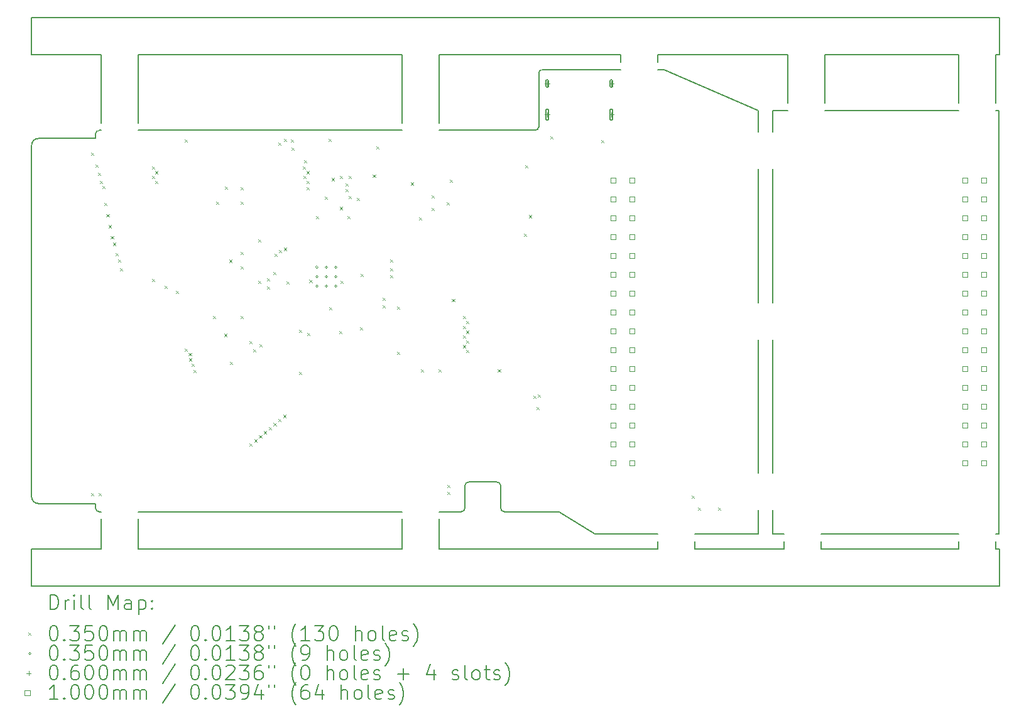
<source format=gbr>
%FSLAX45Y45*%
G04 Gerber Fmt 4.5, Leading zero omitted, Abs format (unit mm)*
G04 Created by KiCad (PCBNEW 6.0.2+dfsg-1) date 2022-11-20 12:03:05*
%MOMM*%
%LPD*%
G01*
G04 APERTURE LIST*
%TA.AperFunction,Profile*%
%ADD10C,0.150000*%
%TD*%
%ADD11C,0.200000*%
%ADD12C,0.035000*%
%ADD13C,0.060000*%
%ADD14C,0.100000*%
G04 APERTURE END LIST*
D10*
X8440000Y500000D02*
X8440000Y600000D01*
X7110000Y1000000D02*
X6370000Y1000000D01*
X4990000Y900000D02*
X4990000Y500000D01*
X13040000Y500000D02*
X13040000Y0D01*
X6884645Y6960000D02*
G75*
G03*
X6834645Y6910000I0J-50000D01*
G01*
X6320000Y1050000D02*
G75*
G03*
X6370000Y1000000I50000J0D01*
G01*
X5840000Y1050000D02*
X5840000Y1350000D01*
X6784645Y6140000D02*
G75*
G03*
X6834645Y6190000I0J50000D01*
G01*
X8520000Y6960000D02*
X8440000Y6960000D01*
X7940000Y6960000D02*
X6884645Y6960000D01*
X12490000Y6510000D02*
X12490000Y7160000D01*
X8940000Y500000D02*
X8940000Y600000D01*
X9990000Y6410000D02*
X9990000Y6120000D01*
X9990000Y3320000D02*
X9990000Y1520000D01*
X9990000Y5620000D02*
X9990000Y3820000D01*
X9990000Y1020000D02*
X9990000Y700000D01*
X13040000Y7660000D02*
X13040000Y7160000D01*
X5490000Y6240000D02*
X5490000Y7160000D01*
X940000Y900000D02*
X940000Y500000D01*
X10690000Y6510000D02*
X10690000Y7160000D01*
X6270000Y1400000D02*
X5890000Y1400000D01*
X860000Y1110000D02*
X860000Y1050000D01*
X9790000Y6410000D02*
X8520000Y6960000D01*
X940000Y6240000D02*
X940000Y7160000D01*
X90000Y1110000D02*
X860000Y1110000D01*
X12490000Y500000D02*
X12490000Y600000D01*
X860000Y1050000D02*
G75*
G03*
X910000Y1000000I50000J0D01*
G01*
X5790000Y1000000D02*
G75*
G03*
X5840000Y1050000I0J50000D01*
G01*
X7940000Y7060000D02*
X7940000Y7160000D01*
X0Y5940000D02*
X0Y1200000D01*
X12990000Y6510000D02*
X12990000Y7160000D01*
X0Y1200000D02*
G75*
G03*
X90000Y1110000I90000J0D01*
G01*
X5490000Y900000D02*
X5490000Y500000D01*
X0Y7660000D02*
X0Y7160000D01*
X7590000Y700000D02*
X7110000Y1000000D01*
X10140000Y500000D02*
X10140000Y600000D01*
X9790000Y700000D02*
X9790000Y1020000D01*
X9790000Y3820000D02*
X9790000Y5620000D01*
X9790000Y6120000D02*
X9790000Y6410000D01*
X9790000Y1520000D02*
X9790000Y3320000D01*
X6834645Y6190000D02*
X6834645Y6910000D01*
X5890000Y1400000D02*
G75*
G03*
X5840000Y1350000I0J-50000D01*
G01*
X5490000Y7160000D02*
X7940000Y7160000D01*
X12990000Y7160000D02*
X13040000Y7160000D01*
X8440000Y7160000D02*
X10190000Y7160000D01*
X1440000Y7160000D02*
X4990000Y7160000D01*
X10690000Y7160000D02*
X12490000Y7160000D01*
X0Y7160000D02*
X940000Y7160000D01*
X6320000Y1350000D02*
G75*
G03*
X6270000Y1400000I-50000J0D01*
G01*
X6320000Y1050000D02*
X6320000Y1350000D01*
X910000Y6140000D02*
X940000Y6140000D01*
X1440000Y6140000D02*
X4990000Y6140000D01*
X5490000Y6140000D02*
X6784645Y6140000D01*
X1440000Y900000D02*
X1440000Y500000D01*
X910000Y6140000D02*
G75*
G03*
X860000Y6090000I0J-50000D01*
G01*
X1440000Y6240000D02*
X1440000Y7160000D01*
X12990000Y500000D02*
X12990000Y600000D01*
X13035000Y6410000D02*
X12990000Y6410000D01*
X12490000Y6410000D02*
X10690000Y6410000D01*
X10190000Y6410000D02*
X9990000Y6410000D01*
X4990000Y6240000D02*
X4990000Y7160000D01*
X0Y500000D02*
X0Y0D01*
X13035000Y6410000D02*
X13035000Y700000D01*
X9790000Y700000D02*
X8940000Y700000D01*
X8440000Y700000D02*
X7590000Y700000D01*
X10190000Y6510000D02*
X10190000Y7160000D01*
X0Y0D02*
X13040000Y0D01*
X90000Y6030000D02*
G75*
G03*
X0Y5940000I0J-90000D01*
G01*
X8440000Y7060000D02*
X8440000Y7160000D01*
X5490000Y500000D02*
X8440000Y500000D01*
X10640000Y500000D02*
X12490000Y500000D01*
X0Y500000D02*
X940000Y500000D01*
X8940000Y500000D02*
X10140000Y500000D01*
X1440000Y500000D02*
X4990000Y500000D01*
X12990000Y500000D02*
X13040000Y500000D01*
X860000Y6030000D02*
X860000Y6090000D01*
X10640000Y500000D02*
X10640000Y600000D01*
X90000Y6030000D02*
X860000Y6030000D01*
X910000Y1000000D02*
X940000Y1000000D01*
X5490000Y1000000D02*
X5790000Y1000000D01*
X1440000Y1000000D02*
X4990000Y1000000D01*
X13035000Y700000D02*
X12990000Y700000D01*
X10140000Y700000D02*
X9990000Y700000D01*
X12490000Y700000D02*
X10640000Y700000D01*
X0Y7660000D02*
X13040000Y7660000D01*
D11*
D12*
X802500Y5837500D02*
X837500Y5802500D01*
X837500Y5837500D02*
X802500Y5802500D01*
X802500Y1247500D02*
X837500Y1212500D01*
X837500Y1247500D02*
X802500Y1212500D01*
X857500Y5682500D02*
X892500Y5647500D01*
X892500Y5682500D02*
X857500Y5647500D01*
X892500Y5567500D02*
X927500Y5532500D01*
X927500Y5567500D02*
X892500Y5532500D01*
X902500Y1247500D02*
X937500Y1212500D01*
X937500Y1247500D02*
X902500Y1212500D01*
X922500Y5457500D02*
X957500Y5422500D01*
X957500Y5457500D02*
X922500Y5422500D01*
X952644Y5387644D02*
X987644Y5352644D01*
X987644Y5387644D02*
X952644Y5352644D01*
X977500Y5162500D02*
X1012500Y5127500D01*
X1012500Y5162500D02*
X977500Y5127500D01*
X1007500Y5012500D02*
X1042500Y4977500D01*
X1042500Y5012500D02*
X1007500Y4977500D01*
X1037500Y4862500D02*
X1072500Y4827500D01*
X1072500Y4862500D02*
X1037500Y4827500D01*
X1067500Y4712500D02*
X1102500Y4677500D01*
X1102500Y4712500D02*
X1067500Y4677500D01*
X1094859Y4625141D02*
X1129859Y4590141D01*
X1129859Y4625141D02*
X1094859Y4590141D01*
X1127500Y4482500D02*
X1162500Y4447500D01*
X1162500Y4482500D02*
X1127500Y4447500D01*
X1162500Y4397500D02*
X1197500Y4362500D01*
X1197500Y4397500D02*
X1162500Y4362500D01*
X1187500Y4282500D02*
X1222500Y4247500D01*
X1222500Y4282500D02*
X1187500Y4247500D01*
X1620000Y5655000D02*
X1655000Y5620000D01*
X1655000Y5655000D02*
X1620000Y5620000D01*
X1620000Y5525000D02*
X1655000Y5490000D01*
X1655000Y5525000D02*
X1620000Y5490000D01*
X1622500Y4137500D02*
X1657500Y4102500D01*
X1657500Y4137500D02*
X1622500Y4102500D01*
X1665000Y5590000D02*
X1700000Y5555000D01*
X1700000Y5590000D02*
X1665000Y5555000D01*
X1665000Y5460000D02*
X1700000Y5425000D01*
X1700000Y5460000D02*
X1665000Y5425000D01*
X1792500Y4047500D02*
X1827500Y4012500D01*
X1827500Y4047500D02*
X1792500Y4012500D01*
X1944952Y3979952D02*
X1979952Y3944952D01*
X1979952Y3979952D02*
X1944952Y3944952D01*
X2060048Y3195048D02*
X2095048Y3160048D01*
X2095048Y3195048D02*
X2060048Y3160048D01*
X2062500Y6017500D02*
X2097500Y5982500D01*
X2097500Y6017500D02*
X2062500Y5982500D01*
X2117597Y3142597D02*
X2152597Y3107597D01*
X2152597Y3142597D02*
X2117597Y3107597D01*
X2122500Y3067500D02*
X2157500Y3032500D01*
X2157500Y3067500D02*
X2122500Y3032500D01*
X2152500Y2997500D02*
X2187500Y2962500D01*
X2187500Y2997500D02*
X2152500Y2962500D01*
X2177500Y2912500D02*
X2212500Y2877500D01*
X2212500Y2912500D02*
X2177500Y2877500D01*
X2442500Y3636625D02*
X2477500Y3601625D01*
X2477500Y3636625D02*
X2442500Y3601625D01*
X2482500Y5176625D02*
X2517500Y5141625D01*
X2517500Y5176625D02*
X2482500Y5141625D01*
X2592500Y3397500D02*
X2627500Y3362500D01*
X2627500Y3397500D02*
X2592500Y3362500D01*
X2607500Y5382500D02*
X2642500Y5347500D01*
X2642500Y5382500D02*
X2607500Y5347500D01*
X2662500Y4396625D02*
X2697500Y4361625D01*
X2697500Y4396625D02*
X2662500Y4361625D01*
X2672500Y3017500D02*
X2707500Y2982500D01*
X2707500Y3017500D02*
X2672500Y2982500D01*
X2812500Y5377500D02*
X2847500Y5342500D01*
X2847500Y5377500D02*
X2812500Y5342500D01*
X2812500Y5176625D02*
X2847500Y5141625D01*
X2847500Y5176625D02*
X2812500Y5141625D01*
X2812500Y4505625D02*
X2847500Y4470625D01*
X2847500Y4505625D02*
X2812500Y4470625D01*
X2812500Y4306625D02*
X2847500Y4271625D01*
X2847500Y4306625D02*
X2812500Y4271625D01*
X2812500Y3636625D02*
X2847500Y3601625D01*
X2847500Y3636625D02*
X2812500Y3601625D01*
X2932500Y3297500D02*
X2967500Y3262500D01*
X2967500Y3297500D02*
X2932500Y3262500D01*
X2935000Y1920000D02*
X2970000Y1885000D01*
X2970000Y1920000D02*
X2935000Y1885000D01*
X2982500Y3187500D02*
X3017500Y3152500D01*
X3017500Y3187500D02*
X2982500Y3152500D01*
X3000000Y1975000D02*
X3035000Y1940000D01*
X3035000Y1975000D02*
X3000000Y1940000D01*
X3052500Y4668225D02*
X3087500Y4633225D01*
X3087500Y4668225D02*
X3052500Y4633225D01*
X3053650Y4109425D02*
X3088650Y4074425D01*
X3088650Y4109425D02*
X3053650Y4074425D01*
X3065000Y2030000D02*
X3100000Y1995000D01*
X3100000Y2030000D02*
X3065000Y1995000D01*
X3072500Y3257500D02*
X3107500Y3222500D01*
X3107500Y3257500D02*
X3072500Y3222500D01*
X3130000Y2085000D02*
X3165000Y2050000D01*
X3165000Y2085000D02*
X3130000Y2050000D01*
X3174300Y4035625D02*
X3209300Y4000625D01*
X3209300Y4035625D02*
X3174300Y4000625D01*
X3174301Y4147526D02*
X3209301Y4112526D01*
X3209301Y4147526D02*
X3174301Y4112526D01*
X3195000Y2140000D02*
X3230000Y2105000D01*
X3230000Y2140000D02*
X3195000Y2105000D01*
X3256850Y4230075D02*
X3291850Y4195075D01*
X3291850Y4230075D02*
X3256850Y4195075D01*
X3260000Y2195000D02*
X3295000Y2160000D01*
X3295000Y2195000D02*
X3260000Y2160000D01*
X3269550Y4477725D02*
X3304550Y4442725D01*
X3304550Y4477725D02*
X3269550Y4442725D01*
X3322500Y5977500D02*
X3357500Y5942500D01*
X3357500Y5977500D02*
X3322500Y5942500D01*
X3325000Y2250000D02*
X3360000Y2215000D01*
X3360000Y2250000D02*
X3325000Y2215000D01*
X3332500Y4527500D02*
X3367500Y4492500D01*
X3367500Y4527500D02*
X3332500Y4492500D01*
X3390000Y2305000D02*
X3425000Y2270000D01*
X3425000Y2305000D02*
X3390000Y2270000D01*
X3402500Y6027500D02*
X3437500Y5992500D01*
X3437500Y6027500D02*
X3402500Y5992500D01*
X3402500Y4557500D02*
X3437500Y4522500D01*
X3437500Y4557500D02*
X3402500Y4522500D01*
X3432500Y4105625D02*
X3467500Y4070625D01*
X3467500Y4105625D02*
X3432500Y4070625D01*
X3492500Y6017500D02*
X3527500Y5982500D01*
X3527500Y6017500D02*
X3492500Y5982500D01*
X3502500Y5907500D02*
X3537500Y5872500D01*
X3537500Y5907500D02*
X3502500Y5872500D01*
X3600560Y3449440D02*
X3635560Y3414440D01*
X3635560Y3449440D02*
X3600560Y3414440D01*
X3602500Y2887500D02*
X3637500Y2852500D01*
X3637500Y2887500D02*
X3602500Y2852500D01*
X3655000Y5655000D02*
X3690000Y5620000D01*
X3690000Y5655000D02*
X3655000Y5620000D01*
X3660000Y5525000D02*
X3695000Y5490000D01*
X3695000Y5525000D02*
X3660000Y5490000D01*
X3672500Y5737500D02*
X3707500Y5702500D01*
X3707500Y5737500D02*
X3672500Y5702500D01*
X3702500Y5377500D02*
X3737500Y5342500D01*
X3737500Y5377500D02*
X3702500Y5342500D01*
X3705000Y5590000D02*
X3740000Y5555000D01*
X3740000Y5590000D02*
X3705000Y5555000D01*
X3705000Y5460000D02*
X3740000Y5425000D01*
X3740000Y5460000D02*
X3705000Y5425000D01*
X3712500Y3407500D02*
X3747500Y3372500D01*
X3747500Y3407500D02*
X3712500Y3372500D01*
X3742500Y4125628D02*
X3777500Y4090628D01*
X3777500Y4125628D02*
X3742500Y4090628D01*
X3832500Y4985625D02*
X3867500Y4950625D01*
X3867500Y4985625D02*
X3832500Y4950625D01*
X3952500Y5247500D02*
X3987500Y5212500D01*
X3987500Y5247500D02*
X3952500Y5212500D01*
X4002500Y6027500D02*
X4037500Y5992500D01*
X4037500Y6027500D02*
X4002500Y5992500D01*
X4012500Y3757500D02*
X4047500Y3722500D01*
X4047500Y3757500D02*
X4012500Y3722500D01*
X4042500Y5497500D02*
X4077500Y5462500D01*
X4077500Y5497500D02*
X4042500Y5462500D01*
X4142500Y3437500D02*
X4177500Y3402500D01*
X4177500Y3437500D02*
X4142500Y3402500D01*
X4152500Y5527500D02*
X4187500Y5492500D01*
X4187500Y5527500D02*
X4152500Y5492500D01*
X4152500Y5107500D02*
X4187500Y5072500D01*
X4187500Y5107500D02*
X4152500Y5072500D01*
X4162500Y4115625D02*
X4197500Y4080625D01*
X4197500Y4115625D02*
X4162500Y4080625D01*
X4232500Y5427500D02*
X4267500Y5392500D01*
X4267500Y5427500D02*
X4232500Y5392500D01*
X4232500Y5347500D02*
X4267500Y5312500D01*
X4267500Y5347500D02*
X4232500Y5312500D01*
X4252500Y4985625D02*
X4287500Y4950625D01*
X4287500Y4985625D02*
X4252500Y4950625D01*
X4272500Y5527500D02*
X4307500Y5492500D01*
X4307500Y5527500D02*
X4272500Y5492500D01*
X4272500Y5257500D02*
X4307500Y5222500D01*
X4307500Y5257500D02*
X4272500Y5222500D01*
X4382500Y5227500D02*
X4417500Y5192500D01*
X4417500Y5227500D02*
X4382500Y5192500D01*
X4423625Y3488625D02*
X4458625Y3453625D01*
X4458625Y3488625D02*
X4423625Y3453625D01*
X4432501Y4205625D02*
X4467501Y4170625D01*
X4467501Y4205625D02*
X4432501Y4170625D01*
X4597500Y5542500D02*
X4632500Y5507500D01*
X4632500Y5542500D02*
X4597500Y5507500D01*
X4642500Y5927500D02*
X4677500Y5892500D01*
X4677500Y5927500D02*
X4642500Y5892500D01*
X4732500Y3885625D02*
X4767500Y3850625D01*
X4767500Y3885625D02*
X4732500Y3850625D01*
X4732500Y3785625D02*
X4767500Y3750625D01*
X4767500Y3785625D02*
X4732500Y3750625D01*
X4832499Y4285625D02*
X4867499Y4250625D01*
X4867499Y4285625D02*
X4832499Y4250625D01*
X4832500Y4397500D02*
X4867500Y4362500D01*
X4867500Y4397500D02*
X4832500Y4362500D01*
X4832500Y4185625D02*
X4867500Y4150625D01*
X4867500Y4185625D02*
X4832500Y4150625D01*
X4922500Y3767500D02*
X4957500Y3732500D01*
X4957500Y3767500D02*
X4922500Y3732500D01*
X4922500Y3157500D02*
X4957500Y3122500D01*
X4957500Y3157500D02*
X4922500Y3122500D01*
X5112500Y5437500D02*
X5147500Y5402500D01*
X5147500Y5437500D02*
X5112500Y5402500D01*
X5222500Y4967500D02*
X5257500Y4932500D01*
X5257500Y4967500D02*
X5222500Y4932500D01*
X5242500Y2917500D02*
X5277500Y2882500D01*
X5277500Y2917500D02*
X5242500Y2882500D01*
X5392500Y5267500D02*
X5427500Y5232500D01*
X5427500Y5267500D02*
X5392500Y5232500D01*
X5392596Y5097404D02*
X5427596Y5062404D01*
X5427596Y5097404D02*
X5392596Y5062404D01*
X5482500Y2917500D02*
X5517500Y2882500D01*
X5517500Y2917500D02*
X5482500Y2882500D01*
X5592500Y5167500D02*
X5627500Y5132500D01*
X5627500Y5167500D02*
X5592500Y5132500D01*
X5602500Y1357500D02*
X5637500Y1322500D01*
X5637500Y1357500D02*
X5602500Y1322500D01*
X5602500Y1267500D02*
X5637500Y1232500D01*
X5637500Y1267500D02*
X5602500Y1232500D01*
X5632500Y5477500D02*
X5667500Y5442500D01*
X5667500Y5477500D02*
X5632500Y5442500D01*
X5664440Y3865560D02*
X5699440Y3830560D01*
X5699440Y3865560D02*
X5664440Y3830560D01*
X5810000Y3635000D02*
X5845000Y3600000D01*
X5845000Y3635000D02*
X5810000Y3600000D01*
X5810000Y3505000D02*
X5845000Y3470000D01*
X5845000Y3505000D02*
X5810000Y3470000D01*
X5810000Y3375000D02*
X5845000Y3340000D01*
X5845000Y3375000D02*
X5810000Y3340000D01*
X5810000Y3245000D02*
X5845000Y3210000D01*
X5845000Y3245000D02*
X5810000Y3210000D01*
X5855000Y3570000D02*
X5890000Y3535000D01*
X5890000Y3570000D02*
X5855000Y3535000D01*
X5855000Y3440000D02*
X5890000Y3405000D01*
X5890000Y3440000D02*
X5855000Y3405000D01*
X5855000Y3310000D02*
X5890000Y3275000D01*
X5890000Y3310000D02*
X5855000Y3275000D01*
X5855000Y3180000D02*
X5890000Y3145000D01*
X5890000Y3180000D02*
X5855000Y3145000D01*
X6282500Y2917500D02*
X6317500Y2882500D01*
X6317500Y2917500D02*
X6282500Y2882500D01*
X6632500Y4747500D02*
X6667500Y4712500D01*
X6667500Y4747500D02*
X6632500Y4712500D01*
X6649375Y5670625D02*
X6684375Y5635625D01*
X6684375Y5670625D02*
X6649375Y5635625D01*
X6702500Y4997500D02*
X6737500Y4962500D01*
X6737500Y4997500D02*
X6702500Y4962500D01*
X6757500Y2562500D02*
X6792500Y2527500D01*
X6792500Y2562500D02*
X6757500Y2527500D01*
X6802500Y2407500D02*
X6837500Y2372500D01*
X6837500Y2407500D02*
X6802500Y2372500D01*
X6822500Y2577500D02*
X6857500Y2542500D01*
X6857500Y2577500D02*
X6822500Y2542500D01*
X6992500Y6057500D02*
X7027500Y6022500D01*
X7027500Y6057500D02*
X6992500Y6022500D01*
X7672500Y6007500D02*
X7707500Y5972500D01*
X7707500Y6007500D02*
X7672500Y5972500D01*
X8892500Y1217500D02*
X8927500Y1182500D01*
X8927500Y1217500D02*
X8892500Y1182500D01*
X8982500Y1057500D02*
X9017500Y1022500D01*
X9017500Y1057500D02*
X8982500Y1022500D01*
X9252500Y1057500D02*
X9287500Y1022500D01*
X9287500Y1057500D02*
X9252500Y1022500D01*
X3860000Y4295625D02*
G75*
G03*
X3860000Y4295625I-17500J0D01*
G01*
X3860000Y4168125D02*
G75*
G03*
X3860000Y4168125I-17500J0D01*
G01*
X3860000Y4040625D02*
G75*
G03*
X3860000Y4040625I-17500J0D01*
G01*
X3987500Y4295625D02*
G75*
G03*
X3987500Y4295625I-17500J0D01*
G01*
X3987500Y4168125D02*
G75*
G03*
X3987500Y4168125I-17500J0D01*
G01*
X3987500Y4040625D02*
G75*
G03*
X3987500Y4040625I-17500J0D01*
G01*
X4115000Y4295625D02*
G75*
G03*
X4115000Y4295625I-17500J0D01*
G01*
X4115000Y4168125D02*
G75*
G03*
X4115000Y4168125I-17500J0D01*
G01*
X4115000Y4040625D02*
G75*
G03*
X4115000Y4040625I-17500J0D01*
G01*
D13*
X6948000Y6801000D02*
X6948000Y6741000D01*
X6918000Y6771000D02*
X6978000Y6771000D01*
D11*
X6968000Y6741000D02*
X6968000Y6801000D01*
X6928000Y6741000D02*
X6928000Y6801000D01*
X6968000Y6801000D02*
G75*
G03*
X6928000Y6801000I-20000J0D01*
G01*
X6928000Y6741000D02*
G75*
G03*
X6968000Y6741000I20000J0D01*
G01*
D13*
X6948000Y6383000D02*
X6948000Y6323000D01*
X6918000Y6353000D02*
X6978000Y6353000D01*
D11*
X6968000Y6298000D02*
X6968000Y6408000D01*
X6928000Y6298000D02*
X6928000Y6408000D01*
X6968000Y6408000D02*
G75*
G03*
X6928000Y6408000I-20000J0D01*
G01*
X6928000Y6298000D02*
G75*
G03*
X6968000Y6298000I20000J0D01*
G01*
D13*
X7812000Y6801000D02*
X7812000Y6741000D01*
X7782000Y6771000D02*
X7842000Y6771000D01*
D11*
X7832000Y6741000D02*
X7832000Y6801000D01*
X7792000Y6741000D02*
X7792000Y6801000D01*
X7832000Y6801000D02*
G75*
G03*
X7792000Y6801000I-20000J0D01*
G01*
X7792000Y6741000D02*
G75*
G03*
X7832000Y6741000I20000J0D01*
G01*
D13*
X7812000Y6383000D02*
X7812000Y6323000D01*
X7782000Y6353000D02*
X7842000Y6353000D01*
D11*
X7832000Y6298000D02*
X7832000Y6408000D01*
X7792000Y6298000D02*
X7792000Y6408000D01*
X7832000Y6408000D02*
G75*
G03*
X7792000Y6408000I-20000J0D01*
G01*
X7792000Y6298000D02*
G75*
G03*
X7832000Y6298000I20000J0D01*
G01*
D14*
X7870356Y5429644D02*
X7870356Y5500356D01*
X7799644Y5500356D01*
X7799644Y5429644D01*
X7870356Y5429644D01*
X7870356Y5175644D02*
X7870356Y5246356D01*
X7799644Y5246356D01*
X7799644Y5175644D01*
X7870356Y5175644D01*
X7870356Y4921644D02*
X7870356Y4992356D01*
X7799644Y4992356D01*
X7799644Y4921644D01*
X7870356Y4921644D01*
X7870356Y4667644D02*
X7870356Y4738356D01*
X7799644Y4738356D01*
X7799644Y4667644D01*
X7870356Y4667644D01*
X7870356Y4413644D02*
X7870356Y4484356D01*
X7799644Y4484356D01*
X7799644Y4413644D01*
X7870356Y4413644D01*
X7870356Y4159644D02*
X7870356Y4230356D01*
X7799644Y4230356D01*
X7799644Y4159644D01*
X7870356Y4159644D01*
X7870356Y3905644D02*
X7870356Y3976356D01*
X7799644Y3976356D01*
X7799644Y3905644D01*
X7870356Y3905644D01*
X7870356Y3651644D02*
X7870356Y3722356D01*
X7799644Y3722356D01*
X7799644Y3651644D01*
X7870356Y3651644D01*
X7870356Y3397644D02*
X7870356Y3468356D01*
X7799644Y3468356D01*
X7799644Y3397644D01*
X7870356Y3397644D01*
X7870356Y3143644D02*
X7870356Y3214356D01*
X7799644Y3214356D01*
X7799644Y3143644D01*
X7870356Y3143644D01*
X7870356Y2889644D02*
X7870356Y2960356D01*
X7799644Y2960356D01*
X7799644Y2889644D01*
X7870356Y2889644D01*
X7870356Y2635644D02*
X7870356Y2706356D01*
X7799644Y2706356D01*
X7799644Y2635644D01*
X7870356Y2635644D01*
X7870356Y2381644D02*
X7870356Y2452356D01*
X7799644Y2452356D01*
X7799644Y2381644D01*
X7870356Y2381644D01*
X7870356Y2127644D02*
X7870356Y2198356D01*
X7799644Y2198356D01*
X7799644Y2127644D01*
X7870356Y2127644D01*
X7870356Y1873644D02*
X7870356Y1944356D01*
X7799644Y1944356D01*
X7799644Y1873644D01*
X7870356Y1873644D01*
X7870356Y1619644D02*
X7870356Y1690356D01*
X7799644Y1690356D01*
X7799644Y1619644D01*
X7870356Y1619644D01*
X8124356Y5429644D02*
X8124356Y5500356D01*
X8053644Y5500356D01*
X8053644Y5429644D01*
X8124356Y5429644D01*
X8124356Y5175644D02*
X8124356Y5246356D01*
X8053644Y5246356D01*
X8053644Y5175644D01*
X8124356Y5175644D01*
X8124356Y4921644D02*
X8124356Y4992356D01*
X8053644Y4992356D01*
X8053644Y4921644D01*
X8124356Y4921644D01*
X8124356Y4667644D02*
X8124356Y4738356D01*
X8053644Y4738356D01*
X8053644Y4667644D01*
X8124356Y4667644D01*
X8124356Y4413644D02*
X8124356Y4484356D01*
X8053644Y4484356D01*
X8053644Y4413644D01*
X8124356Y4413644D01*
X8124356Y4159644D02*
X8124356Y4230356D01*
X8053644Y4230356D01*
X8053644Y4159644D01*
X8124356Y4159644D01*
X8124356Y3905644D02*
X8124356Y3976356D01*
X8053644Y3976356D01*
X8053644Y3905644D01*
X8124356Y3905644D01*
X8124356Y3651644D02*
X8124356Y3722356D01*
X8053644Y3722356D01*
X8053644Y3651644D01*
X8124356Y3651644D01*
X8124356Y3397644D02*
X8124356Y3468356D01*
X8053644Y3468356D01*
X8053644Y3397644D01*
X8124356Y3397644D01*
X8124356Y3143644D02*
X8124356Y3214356D01*
X8053644Y3214356D01*
X8053644Y3143644D01*
X8124356Y3143644D01*
X8124356Y2889644D02*
X8124356Y2960356D01*
X8053644Y2960356D01*
X8053644Y2889644D01*
X8124356Y2889644D01*
X8124356Y2635644D02*
X8124356Y2706356D01*
X8053644Y2706356D01*
X8053644Y2635644D01*
X8124356Y2635644D01*
X8124356Y2381644D02*
X8124356Y2452356D01*
X8053644Y2452356D01*
X8053644Y2381644D01*
X8124356Y2381644D01*
X8124356Y2127644D02*
X8124356Y2198356D01*
X8053644Y2198356D01*
X8053644Y2127644D01*
X8124356Y2127644D01*
X8124356Y1873644D02*
X8124356Y1944356D01*
X8053644Y1944356D01*
X8053644Y1873644D01*
X8124356Y1873644D01*
X8124356Y1619644D02*
X8124356Y1690356D01*
X8053644Y1690356D01*
X8053644Y1619644D01*
X8124356Y1619644D01*
X12613356Y5429644D02*
X12613356Y5500356D01*
X12542644Y5500356D01*
X12542644Y5429644D01*
X12613356Y5429644D01*
X12613356Y5175644D02*
X12613356Y5246356D01*
X12542644Y5246356D01*
X12542644Y5175644D01*
X12613356Y5175644D01*
X12613356Y4921644D02*
X12613356Y4992356D01*
X12542644Y4992356D01*
X12542644Y4921644D01*
X12613356Y4921644D01*
X12613356Y4667644D02*
X12613356Y4738356D01*
X12542644Y4738356D01*
X12542644Y4667644D01*
X12613356Y4667644D01*
X12613356Y4413644D02*
X12613356Y4484356D01*
X12542644Y4484356D01*
X12542644Y4413644D01*
X12613356Y4413644D01*
X12613356Y4159644D02*
X12613356Y4230356D01*
X12542644Y4230356D01*
X12542644Y4159644D01*
X12613356Y4159644D01*
X12613356Y3905644D02*
X12613356Y3976356D01*
X12542644Y3976356D01*
X12542644Y3905644D01*
X12613356Y3905644D01*
X12613356Y3651644D02*
X12613356Y3722356D01*
X12542644Y3722356D01*
X12542644Y3651644D01*
X12613356Y3651644D01*
X12613356Y3397644D02*
X12613356Y3468356D01*
X12542644Y3468356D01*
X12542644Y3397644D01*
X12613356Y3397644D01*
X12613356Y3143644D02*
X12613356Y3214356D01*
X12542644Y3214356D01*
X12542644Y3143644D01*
X12613356Y3143644D01*
X12613356Y2889644D02*
X12613356Y2960356D01*
X12542644Y2960356D01*
X12542644Y2889644D01*
X12613356Y2889644D01*
X12613356Y2635644D02*
X12613356Y2706356D01*
X12542644Y2706356D01*
X12542644Y2635644D01*
X12613356Y2635644D01*
X12613356Y2381644D02*
X12613356Y2452356D01*
X12542644Y2452356D01*
X12542644Y2381644D01*
X12613356Y2381644D01*
X12613356Y2127644D02*
X12613356Y2198356D01*
X12542644Y2198356D01*
X12542644Y2127644D01*
X12613356Y2127644D01*
X12613356Y1873644D02*
X12613356Y1944356D01*
X12542644Y1944356D01*
X12542644Y1873644D01*
X12613356Y1873644D01*
X12613356Y1619644D02*
X12613356Y1690356D01*
X12542644Y1690356D01*
X12542644Y1619644D01*
X12613356Y1619644D01*
X12867356Y5429644D02*
X12867356Y5500356D01*
X12796644Y5500356D01*
X12796644Y5429644D01*
X12867356Y5429644D01*
X12867356Y5175644D02*
X12867356Y5246356D01*
X12796644Y5246356D01*
X12796644Y5175644D01*
X12867356Y5175644D01*
X12867356Y4921644D02*
X12867356Y4992356D01*
X12796644Y4992356D01*
X12796644Y4921644D01*
X12867356Y4921644D01*
X12867356Y4667644D02*
X12867356Y4738356D01*
X12796644Y4738356D01*
X12796644Y4667644D01*
X12867356Y4667644D01*
X12867356Y4413644D02*
X12867356Y4484356D01*
X12796644Y4484356D01*
X12796644Y4413644D01*
X12867356Y4413644D01*
X12867356Y4159644D02*
X12867356Y4230356D01*
X12796644Y4230356D01*
X12796644Y4159644D01*
X12867356Y4159644D01*
X12867356Y3905644D02*
X12867356Y3976356D01*
X12796644Y3976356D01*
X12796644Y3905644D01*
X12867356Y3905644D01*
X12867356Y3651644D02*
X12867356Y3722356D01*
X12796644Y3722356D01*
X12796644Y3651644D01*
X12867356Y3651644D01*
X12867356Y3397644D02*
X12867356Y3468356D01*
X12796644Y3468356D01*
X12796644Y3397644D01*
X12867356Y3397644D01*
X12867356Y3143644D02*
X12867356Y3214356D01*
X12796644Y3214356D01*
X12796644Y3143644D01*
X12867356Y3143644D01*
X12867356Y2889644D02*
X12867356Y2960356D01*
X12796644Y2960356D01*
X12796644Y2889644D01*
X12867356Y2889644D01*
X12867356Y2635644D02*
X12867356Y2706356D01*
X12796644Y2706356D01*
X12796644Y2635644D01*
X12867356Y2635644D01*
X12867356Y2381644D02*
X12867356Y2452356D01*
X12796644Y2452356D01*
X12796644Y2381644D01*
X12867356Y2381644D01*
X12867356Y2127644D02*
X12867356Y2198356D01*
X12796644Y2198356D01*
X12796644Y2127644D01*
X12867356Y2127644D01*
X12867356Y1873644D02*
X12867356Y1944356D01*
X12796644Y1944356D01*
X12796644Y1873644D01*
X12867356Y1873644D01*
X12867356Y1619644D02*
X12867356Y1690356D01*
X12796644Y1690356D01*
X12796644Y1619644D01*
X12867356Y1619644D01*
D11*
X250119Y-317976D02*
X250119Y-117976D01*
X297738Y-117976D01*
X326310Y-127500D01*
X345357Y-146548D01*
X354881Y-165595D01*
X364405Y-203690D01*
X364405Y-232262D01*
X354881Y-270357D01*
X345357Y-289405D01*
X326310Y-308452D01*
X297738Y-317976D01*
X250119Y-317976D01*
X450119Y-317976D02*
X450119Y-184643D01*
X450119Y-222738D02*
X459643Y-203690D01*
X469167Y-194167D01*
X488214Y-184643D01*
X507262Y-184643D01*
X573929Y-317976D02*
X573929Y-184643D01*
X573929Y-117976D02*
X564405Y-127500D01*
X573929Y-137024D01*
X583452Y-127500D01*
X573929Y-117976D01*
X573929Y-137024D01*
X697738Y-317976D02*
X678690Y-308452D01*
X669167Y-289405D01*
X669167Y-117976D01*
X802500Y-317976D02*
X783452Y-308452D01*
X773928Y-289405D01*
X773928Y-117976D01*
X1031071Y-317976D02*
X1031071Y-117976D01*
X1097738Y-260833D01*
X1164405Y-117976D01*
X1164405Y-317976D01*
X1345357Y-317976D02*
X1345357Y-213214D01*
X1335833Y-194167D01*
X1316786Y-184643D01*
X1278690Y-184643D01*
X1259643Y-194167D01*
X1345357Y-308452D02*
X1326310Y-317976D01*
X1278690Y-317976D01*
X1259643Y-308452D01*
X1250119Y-289405D01*
X1250119Y-270357D01*
X1259643Y-251309D01*
X1278690Y-241786D01*
X1326310Y-241786D01*
X1345357Y-232262D01*
X1440595Y-184643D02*
X1440595Y-384643D01*
X1440595Y-194167D02*
X1459643Y-184643D01*
X1497738Y-184643D01*
X1516786Y-194167D01*
X1526309Y-203690D01*
X1535833Y-222738D01*
X1535833Y-279881D01*
X1526309Y-298929D01*
X1516786Y-308452D01*
X1497738Y-317976D01*
X1459643Y-317976D01*
X1440595Y-308452D01*
X1621548Y-298929D02*
X1631071Y-308452D01*
X1621548Y-317976D01*
X1612024Y-308452D01*
X1621548Y-298929D01*
X1621548Y-317976D01*
X1621548Y-194167D02*
X1631071Y-203690D01*
X1621548Y-213214D01*
X1612024Y-203690D01*
X1621548Y-194167D01*
X1621548Y-213214D01*
D12*
X-42500Y-630000D02*
X-7500Y-665000D01*
X-7500Y-630000D02*
X-42500Y-665000D01*
D11*
X288214Y-537976D02*
X307262Y-537976D01*
X326310Y-547500D01*
X335833Y-557024D01*
X345357Y-576071D01*
X354881Y-614167D01*
X354881Y-661786D01*
X345357Y-699881D01*
X335833Y-718928D01*
X326310Y-728452D01*
X307262Y-737976D01*
X288214Y-737976D01*
X269167Y-728452D01*
X259643Y-718928D01*
X250119Y-699881D01*
X240595Y-661786D01*
X240595Y-614167D01*
X250119Y-576071D01*
X259643Y-557024D01*
X269167Y-547500D01*
X288214Y-537976D01*
X440595Y-718928D02*
X450119Y-728452D01*
X440595Y-737976D01*
X431071Y-728452D01*
X440595Y-718928D01*
X440595Y-737976D01*
X516786Y-537976D02*
X640595Y-537976D01*
X573929Y-614167D01*
X602500Y-614167D01*
X621548Y-623690D01*
X631071Y-633214D01*
X640595Y-652262D01*
X640595Y-699881D01*
X631071Y-718928D01*
X621548Y-728452D01*
X602500Y-737976D01*
X545357Y-737976D01*
X526310Y-728452D01*
X516786Y-718928D01*
X821548Y-537976D02*
X726309Y-537976D01*
X716786Y-633214D01*
X726309Y-623690D01*
X745357Y-614167D01*
X792976Y-614167D01*
X812024Y-623690D01*
X821548Y-633214D01*
X831071Y-652262D01*
X831071Y-699881D01*
X821548Y-718928D01*
X812024Y-728452D01*
X792976Y-737976D01*
X745357Y-737976D01*
X726309Y-728452D01*
X716786Y-718928D01*
X954881Y-537976D02*
X973928Y-537976D01*
X992976Y-547500D01*
X1002500Y-557024D01*
X1012024Y-576071D01*
X1021548Y-614167D01*
X1021548Y-661786D01*
X1012024Y-699881D01*
X1002500Y-718928D01*
X992976Y-728452D01*
X973928Y-737976D01*
X954881Y-737976D01*
X935833Y-728452D01*
X926309Y-718928D01*
X916786Y-699881D01*
X907262Y-661786D01*
X907262Y-614167D01*
X916786Y-576071D01*
X926309Y-557024D01*
X935833Y-547500D01*
X954881Y-537976D01*
X1107262Y-737976D02*
X1107262Y-604643D01*
X1107262Y-623690D02*
X1116786Y-614167D01*
X1135833Y-604643D01*
X1164405Y-604643D01*
X1183452Y-614167D01*
X1192976Y-633214D01*
X1192976Y-737976D01*
X1192976Y-633214D02*
X1202500Y-614167D01*
X1221548Y-604643D01*
X1250119Y-604643D01*
X1269167Y-614167D01*
X1278690Y-633214D01*
X1278690Y-737976D01*
X1373929Y-737976D02*
X1373929Y-604643D01*
X1373929Y-623690D02*
X1383452Y-614167D01*
X1402500Y-604643D01*
X1431071Y-604643D01*
X1450119Y-614167D01*
X1459643Y-633214D01*
X1459643Y-737976D01*
X1459643Y-633214D02*
X1469167Y-614167D01*
X1488214Y-604643D01*
X1516786Y-604643D01*
X1535833Y-614167D01*
X1545357Y-633214D01*
X1545357Y-737976D01*
X1935833Y-528452D02*
X1764405Y-785595D01*
X2192976Y-537976D02*
X2212024Y-537976D01*
X2231071Y-547500D01*
X2240595Y-557024D01*
X2250119Y-576071D01*
X2259643Y-614167D01*
X2259643Y-661786D01*
X2250119Y-699881D01*
X2240595Y-718928D01*
X2231071Y-728452D01*
X2212024Y-737976D01*
X2192976Y-737976D01*
X2173929Y-728452D01*
X2164405Y-718928D01*
X2154881Y-699881D01*
X2145357Y-661786D01*
X2145357Y-614167D01*
X2154881Y-576071D01*
X2164405Y-557024D01*
X2173929Y-547500D01*
X2192976Y-537976D01*
X2345357Y-718928D02*
X2354881Y-728452D01*
X2345357Y-737976D01*
X2335833Y-728452D01*
X2345357Y-718928D01*
X2345357Y-737976D01*
X2478690Y-537976D02*
X2497738Y-537976D01*
X2516786Y-547500D01*
X2526310Y-557024D01*
X2535833Y-576071D01*
X2545357Y-614167D01*
X2545357Y-661786D01*
X2535833Y-699881D01*
X2526310Y-718928D01*
X2516786Y-728452D01*
X2497738Y-737976D01*
X2478690Y-737976D01*
X2459643Y-728452D01*
X2450119Y-718928D01*
X2440595Y-699881D01*
X2431071Y-661786D01*
X2431071Y-614167D01*
X2440595Y-576071D01*
X2450119Y-557024D01*
X2459643Y-547500D01*
X2478690Y-537976D01*
X2735833Y-737976D02*
X2621548Y-737976D01*
X2678690Y-737976D02*
X2678690Y-537976D01*
X2659643Y-566548D01*
X2640595Y-585595D01*
X2621548Y-595119D01*
X2802500Y-537976D02*
X2926309Y-537976D01*
X2859643Y-614167D01*
X2888214Y-614167D01*
X2907262Y-623690D01*
X2916786Y-633214D01*
X2926309Y-652262D01*
X2926309Y-699881D01*
X2916786Y-718928D01*
X2907262Y-728452D01*
X2888214Y-737976D01*
X2831071Y-737976D01*
X2812024Y-728452D01*
X2802500Y-718928D01*
X3040595Y-623690D02*
X3021548Y-614167D01*
X3012024Y-604643D01*
X3002500Y-585595D01*
X3002500Y-576071D01*
X3012024Y-557024D01*
X3021548Y-547500D01*
X3040595Y-537976D01*
X3078690Y-537976D01*
X3097738Y-547500D01*
X3107262Y-557024D01*
X3116786Y-576071D01*
X3116786Y-585595D01*
X3107262Y-604643D01*
X3097738Y-614167D01*
X3078690Y-623690D01*
X3040595Y-623690D01*
X3021548Y-633214D01*
X3012024Y-642738D01*
X3002500Y-661786D01*
X3002500Y-699881D01*
X3012024Y-718928D01*
X3021548Y-728452D01*
X3040595Y-737976D01*
X3078690Y-737976D01*
X3097738Y-728452D01*
X3107262Y-718928D01*
X3116786Y-699881D01*
X3116786Y-661786D01*
X3107262Y-642738D01*
X3097738Y-633214D01*
X3078690Y-623690D01*
X3192976Y-537976D02*
X3192976Y-576071D01*
X3269167Y-537976D02*
X3269167Y-576071D01*
X3564405Y-814167D02*
X3554881Y-804643D01*
X3535833Y-776071D01*
X3526309Y-757024D01*
X3516786Y-728452D01*
X3507262Y-680833D01*
X3507262Y-642738D01*
X3516786Y-595119D01*
X3526309Y-566548D01*
X3535833Y-547500D01*
X3554881Y-518928D01*
X3564405Y-509405D01*
X3745357Y-737976D02*
X3631071Y-737976D01*
X3688214Y-737976D02*
X3688214Y-537976D01*
X3669167Y-566548D01*
X3650119Y-585595D01*
X3631071Y-595119D01*
X3812024Y-537976D02*
X3935833Y-537976D01*
X3869167Y-614167D01*
X3897738Y-614167D01*
X3916786Y-623690D01*
X3926309Y-633214D01*
X3935833Y-652262D01*
X3935833Y-699881D01*
X3926309Y-718928D01*
X3916786Y-728452D01*
X3897738Y-737976D01*
X3840595Y-737976D01*
X3821548Y-728452D01*
X3812024Y-718928D01*
X4059643Y-537976D02*
X4078690Y-537976D01*
X4097738Y-547500D01*
X4107262Y-557024D01*
X4116786Y-576071D01*
X4126309Y-614167D01*
X4126309Y-661786D01*
X4116786Y-699881D01*
X4107262Y-718928D01*
X4097738Y-728452D01*
X4078690Y-737976D01*
X4059643Y-737976D01*
X4040595Y-728452D01*
X4031071Y-718928D01*
X4021548Y-699881D01*
X4012024Y-661786D01*
X4012024Y-614167D01*
X4021548Y-576071D01*
X4031071Y-557024D01*
X4040595Y-547500D01*
X4059643Y-537976D01*
X4364405Y-737976D02*
X4364405Y-537976D01*
X4450119Y-737976D02*
X4450119Y-633214D01*
X4440595Y-614167D01*
X4421548Y-604643D01*
X4392976Y-604643D01*
X4373929Y-614167D01*
X4364405Y-623690D01*
X4573929Y-737976D02*
X4554881Y-728452D01*
X4545357Y-718928D01*
X4535833Y-699881D01*
X4535833Y-642738D01*
X4545357Y-623690D01*
X4554881Y-614167D01*
X4573929Y-604643D01*
X4602500Y-604643D01*
X4621548Y-614167D01*
X4631071Y-623690D01*
X4640595Y-642738D01*
X4640595Y-699881D01*
X4631071Y-718928D01*
X4621548Y-728452D01*
X4602500Y-737976D01*
X4573929Y-737976D01*
X4754881Y-737976D02*
X4735833Y-728452D01*
X4726310Y-709405D01*
X4726310Y-537976D01*
X4907262Y-728452D02*
X4888214Y-737976D01*
X4850119Y-737976D01*
X4831071Y-728452D01*
X4821548Y-709405D01*
X4821548Y-633214D01*
X4831071Y-614167D01*
X4850119Y-604643D01*
X4888214Y-604643D01*
X4907262Y-614167D01*
X4916786Y-633214D01*
X4916786Y-652262D01*
X4821548Y-671310D01*
X4992976Y-728452D02*
X5012024Y-737976D01*
X5050119Y-737976D01*
X5069167Y-728452D01*
X5078690Y-709405D01*
X5078690Y-699881D01*
X5069167Y-680833D01*
X5050119Y-671310D01*
X5021548Y-671310D01*
X5002500Y-661786D01*
X4992976Y-642738D01*
X4992976Y-633214D01*
X5002500Y-614167D01*
X5021548Y-604643D01*
X5050119Y-604643D01*
X5069167Y-614167D01*
X5145357Y-814167D02*
X5154881Y-804643D01*
X5173929Y-776071D01*
X5183452Y-757024D01*
X5192976Y-728452D01*
X5202500Y-680833D01*
X5202500Y-642738D01*
X5192976Y-595119D01*
X5183452Y-566548D01*
X5173929Y-547500D01*
X5154881Y-518928D01*
X5145357Y-509405D01*
D12*
X-7500Y-911500D02*
G75*
G03*
X-7500Y-911500I-17500J0D01*
G01*
D11*
X288214Y-801976D02*
X307262Y-801976D01*
X326310Y-811500D01*
X335833Y-821024D01*
X345357Y-840071D01*
X354881Y-878167D01*
X354881Y-925786D01*
X345357Y-963881D01*
X335833Y-982928D01*
X326310Y-992452D01*
X307262Y-1001976D01*
X288214Y-1001976D01*
X269167Y-992452D01*
X259643Y-982928D01*
X250119Y-963881D01*
X240595Y-925786D01*
X240595Y-878167D01*
X250119Y-840071D01*
X259643Y-821024D01*
X269167Y-811500D01*
X288214Y-801976D01*
X440595Y-982928D02*
X450119Y-992452D01*
X440595Y-1001976D01*
X431071Y-992452D01*
X440595Y-982928D01*
X440595Y-1001976D01*
X516786Y-801976D02*
X640595Y-801976D01*
X573929Y-878167D01*
X602500Y-878167D01*
X621548Y-887690D01*
X631071Y-897214D01*
X640595Y-916262D01*
X640595Y-963881D01*
X631071Y-982928D01*
X621548Y-992452D01*
X602500Y-1001976D01*
X545357Y-1001976D01*
X526310Y-992452D01*
X516786Y-982928D01*
X821548Y-801976D02*
X726309Y-801976D01*
X716786Y-897214D01*
X726309Y-887690D01*
X745357Y-878167D01*
X792976Y-878167D01*
X812024Y-887690D01*
X821548Y-897214D01*
X831071Y-916262D01*
X831071Y-963881D01*
X821548Y-982928D01*
X812024Y-992452D01*
X792976Y-1001976D01*
X745357Y-1001976D01*
X726309Y-992452D01*
X716786Y-982928D01*
X954881Y-801976D02*
X973928Y-801976D01*
X992976Y-811500D01*
X1002500Y-821024D01*
X1012024Y-840071D01*
X1021548Y-878167D01*
X1021548Y-925786D01*
X1012024Y-963881D01*
X1002500Y-982928D01*
X992976Y-992452D01*
X973928Y-1001976D01*
X954881Y-1001976D01*
X935833Y-992452D01*
X926309Y-982928D01*
X916786Y-963881D01*
X907262Y-925786D01*
X907262Y-878167D01*
X916786Y-840071D01*
X926309Y-821024D01*
X935833Y-811500D01*
X954881Y-801976D01*
X1107262Y-1001976D02*
X1107262Y-868643D01*
X1107262Y-887690D02*
X1116786Y-878167D01*
X1135833Y-868643D01*
X1164405Y-868643D01*
X1183452Y-878167D01*
X1192976Y-897214D01*
X1192976Y-1001976D01*
X1192976Y-897214D02*
X1202500Y-878167D01*
X1221548Y-868643D01*
X1250119Y-868643D01*
X1269167Y-878167D01*
X1278690Y-897214D01*
X1278690Y-1001976D01*
X1373929Y-1001976D02*
X1373929Y-868643D01*
X1373929Y-887690D02*
X1383452Y-878167D01*
X1402500Y-868643D01*
X1431071Y-868643D01*
X1450119Y-878167D01*
X1459643Y-897214D01*
X1459643Y-1001976D01*
X1459643Y-897214D02*
X1469167Y-878167D01*
X1488214Y-868643D01*
X1516786Y-868643D01*
X1535833Y-878167D01*
X1545357Y-897214D01*
X1545357Y-1001976D01*
X1935833Y-792452D02*
X1764405Y-1049595D01*
X2192976Y-801976D02*
X2212024Y-801976D01*
X2231071Y-811500D01*
X2240595Y-821024D01*
X2250119Y-840071D01*
X2259643Y-878167D01*
X2259643Y-925786D01*
X2250119Y-963881D01*
X2240595Y-982928D01*
X2231071Y-992452D01*
X2212024Y-1001976D01*
X2192976Y-1001976D01*
X2173929Y-992452D01*
X2164405Y-982928D01*
X2154881Y-963881D01*
X2145357Y-925786D01*
X2145357Y-878167D01*
X2154881Y-840071D01*
X2164405Y-821024D01*
X2173929Y-811500D01*
X2192976Y-801976D01*
X2345357Y-982928D02*
X2354881Y-992452D01*
X2345357Y-1001976D01*
X2335833Y-992452D01*
X2345357Y-982928D01*
X2345357Y-1001976D01*
X2478690Y-801976D02*
X2497738Y-801976D01*
X2516786Y-811500D01*
X2526310Y-821024D01*
X2535833Y-840071D01*
X2545357Y-878167D01*
X2545357Y-925786D01*
X2535833Y-963881D01*
X2526310Y-982928D01*
X2516786Y-992452D01*
X2497738Y-1001976D01*
X2478690Y-1001976D01*
X2459643Y-992452D01*
X2450119Y-982928D01*
X2440595Y-963881D01*
X2431071Y-925786D01*
X2431071Y-878167D01*
X2440595Y-840071D01*
X2450119Y-821024D01*
X2459643Y-811500D01*
X2478690Y-801976D01*
X2735833Y-1001976D02*
X2621548Y-1001976D01*
X2678690Y-1001976D02*
X2678690Y-801976D01*
X2659643Y-830548D01*
X2640595Y-849595D01*
X2621548Y-859119D01*
X2802500Y-801976D02*
X2926309Y-801976D01*
X2859643Y-878167D01*
X2888214Y-878167D01*
X2907262Y-887690D01*
X2916786Y-897214D01*
X2926309Y-916262D01*
X2926309Y-963881D01*
X2916786Y-982928D01*
X2907262Y-992452D01*
X2888214Y-1001976D01*
X2831071Y-1001976D01*
X2812024Y-992452D01*
X2802500Y-982928D01*
X3040595Y-887690D02*
X3021548Y-878167D01*
X3012024Y-868643D01*
X3002500Y-849595D01*
X3002500Y-840071D01*
X3012024Y-821024D01*
X3021548Y-811500D01*
X3040595Y-801976D01*
X3078690Y-801976D01*
X3097738Y-811500D01*
X3107262Y-821024D01*
X3116786Y-840071D01*
X3116786Y-849595D01*
X3107262Y-868643D01*
X3097738Y-878167D01*
X3078690Y-887690D01*
X3040595Y-887690D01*
X3021548Y-897214D01*
X3012024Y-906738D01*
X3002500Y-925786D01*
X3002500Y-963881D01*
X3012024Y-982928D01*
X3021548Y-992452D01*
X3040595Y-1001976D01*
X3078690Y-1001976D01*
X3097738Y-992452D01*
X3107262Y-982928D01*
X3116786Y-963881D01*
X3116786Y-925786D01*
X3107262Y-906738D01*
X3097738Y-897214D01*
X3078690Y-887690D01*
X3192976Y-801976D02*
X3192976Y-840071D01*
X3269167Y-801976D02*
X3269167Y-840071D01*
X3564405Y-1078167D02*
X3554881Y-1068643D01*
X3535833Y-1040071D01*
X3526309Y-1021024D01*
X3516786Y-992452D01*
X3507262Y-944833D01*
X3507262Y-906738D01*
X3516786Y-859119D01*
X3526309Y-830548D01*
X3535833Y-811500D01*
X3554881Y-782928D01*
X3564405Y-773405D01*
X3650119Y-1001976D02*
X3688214Y-1001976D01*
X3707262Y-992452D01*
X3716786Y-982928D01*
X3735833Y-954357D01*
X3745357Y-916262D01*
X3745357Y-840071D01*
X3735833Y-821024D01*
X3726309Y-811500D01*
X3707262Y-801976D01*
X3669167Y-801976D01*
X3650119Y-811500D01*
X3640595Y-821024D01*
X3631071Y-840071D01*
X3631071Y-887690D01*
X3640595Y-906738D01*
X3650119Y-916262D01*
X3669167Y-925786D01*
X3707262Y-925786D01*
X3726309Y-916262D01*
X3735833Y-906738D01*
X3745357Y-887690D01*
X3983452Y-1001976D02*
X3983452Y-801976D01*
X4069167Y-1001976D02*
X4069167Y-897214D01*
X4059643Y-878167D01*
X4040595Y-868643D01*
X4012024Y-868643D01*
X3992976Y-878167D01*
X3983452Y-887690D01*
X4192976Y-1001976D02*
X4173928Y-992452D01*
X4164405Y-982928D01*
X4154881Y-963881D01*
X4154881Y-906738D01*
X4164405Y-887690D01*
X4173928Y-878167D01*
X4192976Y-868643D01*
X4221548Y-868643D01*
X4240595Y-878167D01*
X4250119Y-887690D01*
X4259643Y-906738D01*
X4259643Y-963881D01*
X4250119Y-982928D01*
X4240595Y-992452D01*
X4221548Y-1001976D01*
X4192976Y-1001976D01*
X4373929Y-1001976D02*
X4354881Y-992452D01*
X4345357Y-973405D01*
X4345357Y-801976D01*
X4526310Y-992452D02*
X4507262Y-1001976D01*
X4469167Y-1001976D01*
X4450119Y-992452D01*
X4440595Y-973405D01*
X4440595Y-897214D01*
X4450119Y-878167D01*
X4469167Y-868643D01*
X4507262Y-868643D01*
X4526310Y-878167D01*
X4535833Y-897214D01*
X4535833Y-916262D01*
X4440595Y-935309D01*
X4612024Y-992452D02*
X4631071Y-1001976D01*
X4669167Y-1001976D01*
X4688214Y-992452D01*
X4697738Y-973405D01*
X4697738Y-963881D01*
X4688214Y-944833D01*
X4669167Y-935309D01*
X4640595Y-935309D01*
X4621548Y-925786D01*
X4612024Y-906738D01*
X4612024Y-897214D01*
X4621548Y-878167D01*
X4640595Y-868643D01*
X4669167Y-868643D01*
X4688214Y-878167D01*
X4764405Y-1078167D02*
X4773929Y-1068643D01*
X4792976Y-1040071D01*
X4802500Y-1021024D01*
X4812024Y-992452D01*
X4821548Y-944833D01*
X4821548Y-906738D01*
X4812024Y-859119D01*
X4802500Y-830548D01*
X4792976Y-811500D01*
X4773929Y-782928D01*
X4764405Y-773405D01*
D13*
X-37500Y-1145500D02*
X-37500Y-1205500D01*
X-67500Y-1175500D02*
X-7500Y-1175500D01*
D11*
X288214Y-1065976D02*
X307262Y-1065976D01*
X326310Y-1075500D01*
X335833Y-1085024D01*
X345357Y-1104071D01*
X354881Y-1142167D01*
X354881Y-1189786D01*
X345357Y-1227881D01*
X335833Y-1246929D01*
X326310Y-1256452D01*
X307262Y-1265976D01*
X288214Y-1265976D01*
X269167Y-1256452D01*
X259643Y-1246929D01*
X250119Y-1227881D01*
X240595Y-1189786D01*
X240595Y-1142167D01*
X250119Y-1104071D01*
X259643Y-1085024D01*
X269167Y-1075500D01*
X288214Y-1065976D01*
X440595Y-1246929D02*
X450119Y-1256452D01*
X440595Y-1265976D01*
X431071Y-1256452D01*
X440595Y-1246929D01*
X440595Y-1265976D01*
X621548Y-1065976D02*
X583452Y-1065976D01*
X564405Y-1075500D01*
X554881Y-1085024D01*
X535833Y-1113595D01*
X526310Y-1151690D01*
X526310Y-1227881D01*
X535833Y-1246929D01*
X545357Y-1256452D01*
X564405Y-1265976D01*
X602500Y-1265976D01*
X621548Y-1256452D01*
X631071Y-1246929D01*
X640595Y-1227881D01*
X640595Y-1180262D01*
X631071Y-1161214D01*
X621548Y-1151690D01*
X602500Y-1142167D01*
X564405Y-1142167D01*
X545357Y-1151690D01*
X535833Y-1161214D01*
X526310Y-1180262D01*
X764405Y-1065976D02*
X783452Y-1065976D01*
X802500Y-1075500D01*
X812024Y-1085024D01*
X821548Y-1104071D01*
X831071Y-1142167D01*
X831071Y-1189786D01*
X821548Y-1227881D01*
X812024Y-1246929D01*
X802500Y-1256452D01*
X783452Y-1265976D01*
X764405Y-1265976D01*
X745357Y-1256452D01*
X735833Y-1246929D01*
X726309Y-1227881D01*
X716786Y-1189786D01*
X716786Y-1142167D01*
X726309Y-1104071D01*
X735833Y-1085024D01*
X745357Y-1075500D01*
X764405Y-1065976D01*
X954881Y-1065976D02*
X973928Y-1065976D01*
X992976Y-1075500D01*
X1002500Y-1085024D01*
X1012024Y-1104071D01*
X1021548Y-1142167D01*
X1021548Y-1189786D01*
X1012024Y-1227881D01*
X1002500Y-1246929D01*
X992976Y-1256452D01*
X973928Y-1265976D01*
X954881Y-1265976D01*
X935833Y-1256452D01*
X926309Y-1246929D01*
X916786Y-1227881D01*
X907262Y-1189786D01*
X907262Y-1142167D01*
X916786Y-1104071D01*
X926309Y-1085024D01*
X935833Y-1075500D01*
X954881Y-1065976D01*
X1107262Y-1265976D02*
X1107262Y-1132643D01*
X1107262Y-1151690D02*
X1116786Y-1142167D01*
X1135833Y-1132643D01*
X1164405Y-1132643D01*
X1183452Y-1142167D01*
X1192976Y-1161214D01*
X1192976Y-1265976D01*
X1192976Y-1161214D02*
X1202500Y-1142167D01*
X1221548Y-1132643D01*
X1250119Y-1132643D01*
X1269167Y-1142167D01*
X1278690Y-1161214D01*
X1278690Y-1265976D01*
X1373929Y-1265976D02*
X1373929Y-1132643D01*
X1373929Y-1151690D02*
X1383452Y-1142167D01*
X1402500Y-1132643D01*
X1431071Y-1132643D01*
X1450119Y-1142167D01*
X1459643Y-1161214D01*
X1459643Y-1265976D01*
X1459643Y-1161214D02*
X1469167Y-1142167D01*
X1488214Y-1132643D01*
X1516786Y-1132643D01*
X1535833Y-1142167D01*
X1545357Y-1161214D01*
X1545357Y-1265976D01*
X1935833Y-1056452D02*
X1764405Y-1313595D01*
X2192976Y-1065976D02*
X2212024Y-1065976D01*
X2231071Y-1075500D01*
X2240595Y-1085024D01*
X2250119Y-1104071D01*
X2259643Y-1142167D01*
X2259643Y-1189786D01*
X2250119Y-1227881D01*
X2240595Y-1246929D01*
X2231071Y-1256452D01*
X2212024Y-1265976D01*
X2192976Y-1265976D01*
X2173929Y-1256452D01*
X2164405Y-1246929D01*
X2154881Y-1227881D01*
X2145357Y-1189786D01*
X2145357Y-1142167D01*
X2154881Y-1104071D01*
X2164405Y-1085024D01*
X2173929Y-1075500D01*
X2192976Y-1065976D01*
X2345357Y-1246929D02*
X2354881Y-1256452D01*
X2345357Y-1265976D01*
X2335833Y-1256452D01*
X2345357Y-1246929D01*
X2345357Y-1265976D01*
X2478690Y-1065976D02*
X2497738Y-1065976D01*
X2516786Y-1075500D01*
X2526310Y-1085024D01*
X2535833Y-1104071D01*
X2545357Y-1142167D01*
X2545357Y-1189786D01*
X2535833Y-1227881D01*
X2526310Y-1246929D01*
X2516786Y-1256452D01*
X2497738Y-1265976D01*
X2478690Y-1265976D01*
X2459643Y-1256452D01*
X2450119Y-1246929D01*
X2440595Y-1227881D01*
X2431071Y-1189786D01*
X2431071Y-1142167D01*
X2440595Y-1104071D01*
X2450119Y-1085024D01*
X2459643Y-1075500D01*
X2478690Y-1065976D01*
X2621548Y-1085024D02*
X2631071Y-1075500D01*
X2650119Y-1065976D01*
X2697738Y-1065976D01*
X2716786Y-1075500D01*
X2726310Y-1085024D01*
X2735833Y-1104071D01*
X2735833Y-1123119D01*
X2726310Y-1151690D01*
X2612024Y-1265976D01*
X2735833Y-1265976D01*
X2802500Y-1065976D02*
X2926309Y-1065976D01*
X2859643Y-1142167D01*
X2888214Y-1142167D01*
X2907262Y-1151690D01*
X2916786Y-1161214D01*
X2926309Y-1180262D01*
X2926309Y-1227881D01*
X2916786Y-1246929D01*
X2907262Y-1256452D01*
X2888214Y-1265976D01*
X2831071Y-1265976D01*
X2812024Y-1256452D01*
X2802500Y-1246929D01*
X3097738Y-1065976D02*
X3059643Y-1065976D01*
X3040595Y-1075500D01*
X3031071Y-1085024D01*
X3012024Y-1113595D01*
X3002500Y-1151690D01*
X3002500Y-1227881D01*
X3012024Y-1246929D01*
X3021548Y-1256452D01*
X3040595Y-1265976D01*
X3078690Y-1265976D01*
X3097738Y-1256452D01*
X3107262Y-1246929D01*
X3116786Y-1227881D01*
X3116786Y-1180262D01*
X3107262Y-1161214D01*
X3097738Y-1151690D01*
X3078690Y-1142167D01*
X3040595Y-1142167D01*
X3021548Y-1151690D01*
X3012024Y-1161214D01*
X3002500Y-1180262D01*
X3192976Y-1065976D02*
X3192976Y-1104071D01*
X3269167Y-1065976D02*
X3269167Y-1104071D01*
X3564405Y-1342167D02*
X3554881Y-1332643D01*
X3535833Y-1304071D01*
X3526309Y-1285024D01*
X3516786Y-1256452D01*
X3507262Y-1208833D01*
X3507262Y-1170738D01*
X3516786Y-1123119D01*
X3526309Y-1094548D01*
X3535833Y-1075500D01*
X3554881Y-1046928D01*
X3564405Y-1037405D01*
X3678690Y-1065976D02*
X3697738Y-1065976D01*
X3716786Y-1075500D01*
X3726309Y-1085024D01*
X3735833Y-1104071D01*
X3745357Y-1142167D01*
X3745357Y-1189786D01*
X3735833Y-1227881D01*
X3726309Y-1246929D01*
X3716786Y-1256452D01*
X3697738Y-1265976D01*
X3678690Y-1265976D01*
X3659643Y-1256452D01*
X3650119Y-1246929D01*
X3640595Y-1227881D01*
X3631071Y-1189786D01*
X3631071Y-1142167D01*
X3640595Y-1104071D01*
X3650119Y-1085024D01*
X3659643Y-1075500D01*
X3678690Y-1065976D01*
X3983452Y-1265976D02*
X3983452Y-1065976D01*
X4069167Y-1265976D02*
X4069167Y-1161214D01*
X4059643Y-1142167D01*
X4040595Y-1132643D01*
X4012024Y-1132643D01*
X3992976Y-1142167D01*
X3983452Y-1151690D01*
X4192976Y-1265976D02*
X4173928Y-1256452D01*
X4164405Y-1246929D01*
X4154881Y-1227881D01*
X4154881Y-1170738D01*
X4164405Y-1151690D01*
X4173928Y-1142167D01*
X4192976Y-1132643D01*
X4221548Y-1132643D01*
X4240595Y-1142167D01*
X4250119Y-1151690D01*
X4259643Y-1170738D01*
X4259643Y-1227881D01*
X4250119Y-1246929D01*
X4240595Y-1256452D01*
X4221548Y-1265976D01*
X4192976Y-1265976D01*
X4373929Y-1265976D02*
X4354881Y-1256452D01*
X4345357Y-1237405D01*
X4345357Y-1065976D01*
X4526310Y-1256452D02*
X4507262Y-1265976D01*
X4469167Y-1265976D01*
X4450119Y-1256452D01*
X4440595Y-1237405D01*
X4440595Y-1161214D01*
X4450119Y-1142167D01*
X4469167Y-1132643D01*
X4507262Y-1132643D01*
X4526310Y-1142167D01*
X4535833Y-1161214D01*
X4535833Y-1180262D01*
X4440595Y-1199310D01*
X4612024Y-1256452D02*
X4631071Y-1265976D01*
X4669167Y-1265976D01*
X4688214Y-1256452D01*
X4697738Y-1237405D01*
X4697738Y-1227881D01*
X4688214Y-1208833D01*
X4669167Y-1199310D01*
X4640595Y-1199310D01*
X4621548Y-1189786D01*
X4612024Y-1170738D01*
X4612024Y-1161214D01*
X4621548Y-1142167D01*
X4640595Y-1132643D01*
X4669167Y-1132643D01*
X4688214Y-1142167D01*
X4935833Y-1189786D02*
X5088214Y-1189786D01*
X5012024Y-1265976D02*
X5012024Y-1113595D01*
X5421548Y-1132643D02*
X5421548Y-1265976D01*
X5373929Y-1056452D02*
X5326310Y-1199310D01*
X5450119Y-1199310D01*
X5669167Y-1256452D02*
X5688214Y-1265976D01*
X5726309Y-1265976D01*
X5745357Y-1256452D01*
X5754881Y-1237405D01*
X5754881Y-1227881D01*
X5745357Y-1208833D01*
X5726309Y-1199310D01*
X5697738Y-1199310D01*
X5678690Y-1189786D01*
X5669167Y-1170738D01*
X5669167Y-1161214D01*
X5678690Y-1142167D01*
X5697738Y-1132643D01*
X5726309Y-1132643D01*
X5745357Y-1142167D01*
X5869167Y-1265976D02*
X5850119Y-1256452D01*
X5840595Y-1237405D01*
X5840595Y-1065976D01*
X5973928Y-1265976D02*
X5954881Y-1256452D01*
X5945357Y-1246929D01*
X5935833Y-1227881D01*
X5935833Y-1170738D01*
X5945357Y-1151690D01*
X5954881Y-1142167D01*
X5973928Y-1132643D01*
X6002500Y-1132643D01*
X6021548Y-1142167D01*
X6031071Y-1151690D01*
X6040595Y-1170738D01*
X6040595Y-1227881D01*
X6031071Y-1246929D01*
X6021548Y-1256452D01*
X6002500Y-1265976D01*
X5973928Y-1265976D01*
X6097738Y-1132643D02*
X6173928Y-1132643D01*
X6126309Y-1065976D02*
X6126309Y-1237405D01*
X6135833Y-1256452D01*
X6154881Y-1265976D01*
X6173928Y-1265976D01*
X6231071Y-1256452D02*
X6250119Y-1265976D01*
X6288214Y-1265976D01*
X6307262Y-1256452D01*
X6316786Y-1237405D01*
X6316786Y-1227881D01*
X6307262Y-1208833D01*
X6288214Y-1199310D01*
X6259643Y-1199310D01*
X6240595Y-1189786D01*
X6231071Y-1170738D01*
X6231071Y-1161214D01*
X6240595Y-1142167D01*
X6259643Y-1132643D01*
X6288214Y-1132643D01*
X6307262Y-1142167D01*
X6383452Y-1342167D02*
X6392976Y-1332643D01*
X6412024Y-1304071D01*
X6421548Y-1285024D01*
X6431071Y-1256452D01*
X6440595Y-1208833D01*
X6440595Y-1170738D01*
X6431071Y-1123119D01*
X6421548Y-1094548D01*
X6412024Y-1075500D01*
X6392976Y-1046928D01*
X6383452Y-1037405D01*
D14*
X-22144Y-1474856D02*
X-22144Y-1404144D01*
X-92856Y-1404144D01*
X-92856Y-1474856D01*
X-22144Y-1474856D01*
D11*
X354881Y-1529976D02*
X240595Y-1529976D01*
X297738Y-1529976D02*
X297738Y-1329976D01*
X278690Y-1358548D01*
X259643Y-1377595D01*
X240595Y-1387119D01*
X440595Y-1510928D02*
X450119Y-1520452D01*
X440595Y-1529976D01*
X431071Y-1520452D01*
X440595Y-1510928D01*
X440595Y-1529976D01*
X573929Y-1329976D02*
X592976Y-1329976D01*
X612024Y-1339500D01*
X621548Y-1349024D01*
X631071Y-1368071D01*
X640595Y-1406167D01*
X640595Y-1453786D01*
X631071Y-1491881D01*
X621548Y-1510928D01*
X612024Y-1520452D01*
X592976Y-1529976D01*
X573929Y-1529976D01*
X554881Y-1520452D01*
X545357Y-1510928D01*
X535833Y-1491881D01*
X526310Y-1453786D01*
X526310Y-1406167D01*
X535833Y-1368071D01*
X545357Y-1349024D01*
X554881Y-1339500D01*
X573929Y-1329976D01*
X764405Y-1329976D02*
X783452Y-1329976D01*
X802500Y-1339500D01*
X812024Y-1349024D01*
X821548Y-1368071D01*
X831071Y-1406167D01*
X831071Y-1453786D01*
X821548Y-1491881D01*
X812024Y-1510928D01*
X802500Y-1520452D01*
X783452Y-1529976D01*
X764405Y-1529976D01*
X745357Y-1520452D01*
X735833Y-1510928D01*
X726309Y-1491881D01*
X716786Y-1453786D01*
X716786Y-1406167D01*
X726309Y-1368071D01*
X735833Y-1349024D01*
X745357Y-1339500D01*
X764405Y-1329976D01*
X954881Y-1329976D02*
X973928Y-1329976D01*
X992976Y-1339500D01*
X1002500Y-1349024D01*
X1012024Y-1368071D01*
X1021548Y-1406167D01*
X1021548Y-1453786D01*
X1012024Y-1491881D01*
X1002500Y-1510928D01*
X992976Y-1520452D01*
X973928Y-1529976D01*
X954881Y-1529976D01*
X935833Y-1520452D01*
X926309Y-1510928D01*
X916786Y-1491881D01*
X907262Y-1453786D01*
X907262Y-1406167D01*
X916786Y-1368071D01*
X926309Y-1349024D01*
X935833Y-1339500D01*
X954881Y-1329976D01*
X1107262Y-1529976D02*
X1107262Y-1396643D01*
X1107262Y-1415690D02*
X1116786Y-1406167D01*
X1135833Y-1396643D01*
X1164405Y-1396643D01*
X1183452Y-1406167D01*
X1192976Y-1425214D01*
X1192976Y-1529976D01*
X1192976Y-1425214D02*
X1202500Y-1406167D01*
X1221548Y-1396643D01*
X1250119Y-1396643D01*
X1269167Y-1406167D01*
X1278690Y-1425214D01*
X1278690Y-1529976D01*
X1373929Y-1529976D02*
X1373929Y-1396643D01*
X1373929Y-1415690D02*
X1383452Y-1406167D01*
X1402500Y-1396643D01*
X1431071Y-1396643D01*
X1450119Y-1406167D01*
X1459643Y-1425214D01*
X1459643Y-1529976D01*
X1459643Y-1425214D02*
X1469167Y-1406167D01*
X1488214Y-1396643D01*
X1516786Y-1396643D01*
X1535833Y-1406167D01*
X1545357Y-1425214D01*
X1545357Y-1529976D01*
X1935833Y-1320452D02*
X1764405Y-1577595D01*
X2192976Y-1329976D02*
X2212024Y-1329976D01*
X2231071Y-1339500D01*
X2240595Y-1349024D01*
X2250119Y-1368071D01*
X2259643Y-1406167D01*
X2259643Y-1453786D01*
X2250119Y-1491881D01*
X2240595Y-1510928D01*
X2231071Y-1520452D01*
X2212024Y-1529976D01*
X2192976Y-1529976D01*
X2173929Y-1520452D01*
X2164405Y-1510928D01*
X2154881Y-1491881D01*
X2145357Y-1453786D01*
X2145357Y-1406167D01*
X2154881Y-1368071D01*
X2164405Y-1349024D01*
X2173929Y-1339500D01*
X2192976Y-1329976D01*
X2345357Y-1510928D02*
X2354881Y-1520452D01*
X2345357Y-1529976D01*
X2335833Y-1520452D01*
X2345357Y-1510928D01*
X2345357Y-1529976D01*
X2478690Y-1329976D02*
X2497738Y-1329976D01*
X2516786Y-1339500D01*
X2526310Y-1349024D01*
X2535833Y-1368071D01*
X2545357Y-1406167D01*
X2545357Y-1453786D01*
X2535833Y-1491881D01*
X2526310Y-1510928D01*
X2516786Y-1520452D01*
X2497738Y-1529976D01*
X2478690Y-1529976D01*
X2459643Y-1520452D01*
X2450119Y-1510928D01*
X2440595Y-1491881D01*
X2431071Y-1453786D01*
X2431071Y-1406167D01*
X2440595Y-1368071D01*
X2450119Y-1349024D01*
X2459643Y-1339500D01*
X2478690Y-1329976D01*
X2612024Y-1329976D02*
X2735833Y-1329976D01*
X2669167Y-1406167D01*
X2697738Y-1406167D01*
X2716786Y-1415690D01*
X2726310Y-1425214D01*
X2735833Y-1444262D01*
X2735833Y-1491881D01*
X2726310Y-1510928D01*
X2716786Y-1520452D01*
X2697738Y-1529976D01*
X2640595Y-1529976D01*
X2621548Y-1520452D01*
X2612024Y-1510928D01*
X2831071Y-1529976D02*
X2869167Y-1529976D01*
X2888214Y-1520452D01*
X2897738Y-1510928D01*
X2916786Y-1482357D01*
X2926309Y-1444262D01*
X2926309Y-1368071D01*
X2916786Y-1349024D01*
X2907262Y-1339500D01*
X2888214Y-1329976D01*
X2850119Y-1329976D01*
X2831071Y-1339500D01*
X2821548Y-1349024D01*
X2812024Y-1368071D01*
X2812024Y-1415690D01*
X2821548Y-1434738D01*
X2831071Y-1444262D01*
X2850119Y-1453786D01*
X2888214Y-1453786D01*
X2907262Y-1444262D01*
X2916786Y-1434738D01*
X2926309Y-1415690D01*
X3097738Y-1396643D02*
X3097738Y-1529976D01*
X3050119Y-1320452D02*
X3002500Y-1463309D01*
X3126309Y-1463309D01*
X3192976Y-1329976D02*
X3192976Y-1368071D01*
X3269167Y-1329976D02*
X3269167Y-1368071D01*
X3564405Y-1606167D02*
X3554881Y-1596643D01*
X3535833Y-1568071D01*
X3526309Y-1549024D01*
X3516786Y-1520452D01*
X3507262Y-1472833D01*
X3507262Y-1434738D01*
X3516786Y-1387119D01*
X3526309Y-1358548D01*
X3535833Y-1339500D01*
X3554881Y-1310929D01*
X3564405Y-1301405D01*
X3726309Y-1329976D02*
X3688214Y-1329976D01*
X3669167Y-1339500D01*
X3659643Y-1349024D01*
X3640595Y-1377595D01*
X3631071Y-1415690D01*
X3631071Y-1491881D01*
X3640595Y-1510928D01*
X3650119Y-1520452D01*
X3669167Y-1529976D01*
X3707262Y-1529976D01*
X3726309Y-1520452D01*
X3735833Y-1510928D01*
X3745357Y-1491881D01*
X3745357Y-1444262D01*
X3735833Y-1425214D01*
X3726309Y-1415690D01*
X3707262Y-1406167D01*
X3669167Y-1406167D01*
X3650119Y-1415690D01*
X3640595Y-1425214D01*
X3631071Y-1444262D01*
X3916786Y-1396643D02*
X3916786Y-1529976D01*
X3869167Y-1320452D02*
X3821548Y-1463309D01*
X3945357Y-1463309D01*
X4173928Y-1529976D02*
X4173928Y-1329976D01*
X4259643Y-1529976D02*
X4259643Y-1425214D01*
X4250119Y-1406167D01*
X4231071Y-1396643D01*
X4202500Y-1396643D01*
X4183452Y-1406167D01*
X4173928Y-1415690D01*
X4383452Y-1529976D02*
X4364405Y-1520452D01*
X4354881Y-1510928D01*
X4345357Y-1491881D01*
X4345357Y-1434738D01*
X4354881Y-1415690D01*
X4364405Y-1406167D01*
X4383452Y-1396643D01*
X4412024Y-1396643D01*
X4431071Y-1406167D01*
X4440595Y-1415690D01*
X4450119Y-1434738D01*
X4450119Y-1491881D01*
X4440595Y-1510928D01*
X4431071Y-1520452D01*
X4412024Y-1529976D01*
X4383452Y-1529976D01*
X4564405Y-1529976D02*
X4545357Y-1520452D01*
X4535833Y-1501405D01*
X4535833Y-1329976D01*
X4716786Y-1520452D02*
X4697738Y-1529976D01*
X4659643Y-1529976D01*
X4640595Y-1520452D01*
X4631071Y-1501405D01*
X4631071Y-1425214D01*
X4640595Y-1406167D01*
X4659643Y-1396643D01*
X4697738Y-1396643D01*
X4716786Y-1406167D01*
X4726310Y-1425214D01*
X4726310Y-1444262D01*
X4631071Y-1463309D01*
X4802500Y-1520452D02*
X4821548Y-1529976D01*
X4859643Y-1529976D01*
X4878690Y-1520452D01*
X4888214Y-1501405D01*
X4888214Y-1491881D01*
X4878690Y-1472833D01*
X4859643Y-1463309D01*
X4831071Y-1463309D01*
X4812024Y-1453786D01*
X4802500Y-1434738D01*
X4802500Y-1425214D01*
X4812024Y-1406167D01*
X4831071Y-1396643D01*
X4859643Y-1396643D01*
X4878690Y-1406167D01*
X4954881Y-1606167D02*
X4964405Y-1596643D01*
X4983452Y-1568071D01*
X4992976Y-1549024D01*
X5002500Y-1520452D01*
X5012024Y-1472833D01*
X5012024Y-1434738D01*
X5002500Y-1387119D01*
X4992976Y-1358548D01*
X4983452Y-1339500D01*
X4964405Y-1310929D01*
X4954881Y-1301405D01*
M02*

</source>
